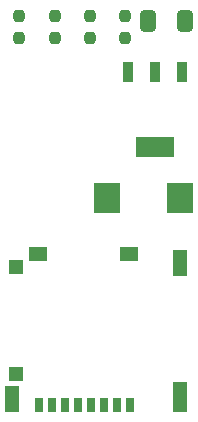
<source format=gtp>
%TF.GenerationSoftware,KiCad,Pcbnew,9.0.6*%
%TF.CreationDate,2025-11-09T12:48:57-08:00*%
%TF.ProjectId,storage_block,73746f72-6167-4655-9f62-6c6f636b2e6b,rev?*%
%TF.SameCoordinates,Original*%
%TF.FileFunction,Paste,Top*%
%TF.FilePolarity,Positive*%
%FSLAX46Y46*%
G04 Gerber Fmt 4.6, Leading zero omitted, Abs format (unit mm)*
G04 Created by KiCad (PCBNEW 9.0.6) date 2025-11-09 12:48:57*
%MOMM*%
%LPD*%
G01*
G04 APERTURE LIST*
G04 Aperture macros list*
%AMRoundRect*
0 Rectangle with rounded corners*
0 $1 Rounding radius*
0 $2 $3 $4 $5 $6 $7 $8 $9 X,Y pos of 4 corners*
0 Add a 4 corners polygon primitive as box body*
4,1,4,$2,$3,$4,$5,$6,$7,$8,$9,$2,$3,0*
0 Add four circle primitives for the rounded corners*
1,1,$1+$1,$2,$3*
1,1,$1+$1,$4,$5*
1,1,$1+$1,$6,$7*
1,1,$1+$1,$8,$9*
0 Add four rect primitives between the rounded corners*
20,1,$1+$1,$2,$3,$4,$5,0*
20,1,$1+$1,$4,$5,$6,$7,0*
20,1,$1+$1,$6,$7,$8,$9,0*
20,1,$1+$1,$8,$9,$2,$3,0*%
G04 Aperture macros list end*
%ADD10RoundRect,0.237500X0.237500X-0.250000X0.237500X0.250000X-0.237500X0.250000X-0.237500X-0.250000X0*%
%ADD11R,0.950000X1.750000*%
%ADD12R,3.200000X1.750000*%
%ADD13R,2.300000X2.500000*%
%ADD14R,0.800000X1.240000*%
%ADD15R,1.150000X1.250000*%
%ADD16R,1.150000X2.500000*%
%ADD17R,1.150000X2.200000*%
%ADD18R,1.150000X1.200000*%
%ADD19R,1.500000X1.150000*%
%ADD20RoundRect,0.250000X0.412500X0.650000X-0.412500X0.650000X-0.412500X-0.650000X0.412500X-0.650000X0*%
G04 APERTURE END LIST*
D10*
%TO.C,R3*%
X135000000Y-87412500D03*
X135000000Y-85587500D03*
%TD*%
%TO.C,R1*%
X138000000Y-87412500D03*
X138000000Y-85587500D03*
%TD*%
%TO.C,R4*%
X144000000Y-87412500D03*
X144000000Y-85587500D03*
%TD*%
D11*
%TO.C,IC1*%
X148800000Y-90350000D03*
X146500000Y-90350000D03*
X144200000Y-90350000D03*
D12*
X146500000Y-96650000D03*
%TD*%
D13*
%TO.C,C2*%
X142400000Y-101000000D03*
X148600000Y-101000000D03*
%TD*%
D14*
%TO.C,J1*%
X144400000Y-118485000D03*
X143300000Y-118485000D03*
X142200000Y-118485000D03*
X141100000Y-118485000D03*
X140000000Y-118485000D03*
X138900000Y-118485000D03*
X137800000Y-118485000D03*
X136700000Y-118485000D03*
D15*
X134755000Y-115855000D03*
D16*
X148645000Y-117855000D03*
D17*
X134355000Y-118005000D03*
D18*
X134755000Y-106855000D03*
D19*
X136560000Y-105730000D03*
X144340000Y-105730000D03*
D17*
X148645000Y-106525000D03*
%TD*%
D10*
%TO.C,R2*%
X141000000Y-87412500D03*
X141000000Y-85587500D03*
%TD*%
D20*
%TO.C,C1*%
X149062500Y-86000000D03*
X145937500Y-86000000D03*
%TD*%
M02*

</source>
